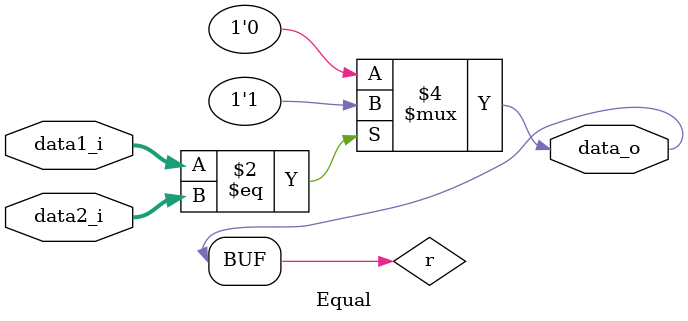
<source format=v>
module Equal
(
	data1_i,
	data2_i,
	data_o
);

input	[31:0] 		data1_i,data2_i;
output				data_o;

reg 		r;

assign data_o=r;

always@(data1_i or data2_i)begin
	if(data1_i==data2_i)begin
		r <= 1;
	end
	else begin
		r <= 0;
	end
end

endmodule

</source>
